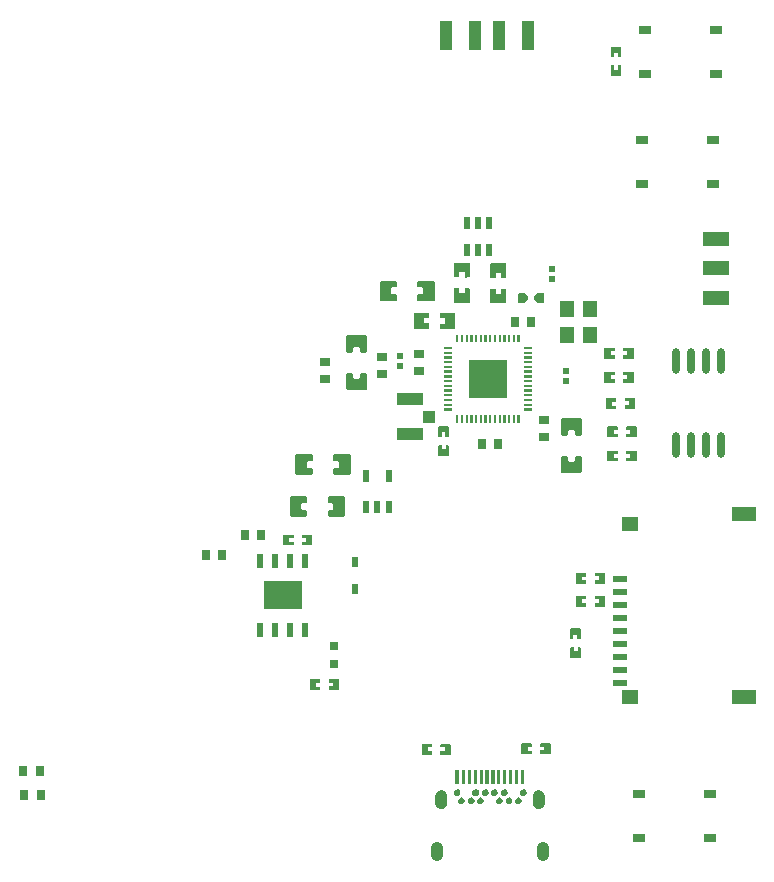
<source format=gtp>
G04 Layer: TopPasteMaskLayer*
G04 EasyEDA Pro v2.2.45.4, 2026-01-30 15:44:45*
G04 Gerber Generator version 0.3*
G04 Scale: 100 percent, Rotated: No, Reflected: No*
G04 Dimensions in millimeters*
G04 Leading zeros omitted, absolute positions, 4 integers and 5 decimals*
G04 Generated by one-click*
%FSLAX45Y45*%
%MOMM*%
%ADD10R,0.9X0.8*%
%ADD11R,0.8X0.9*%
%ADD12R,1.3X0.6*%
%ADD13R,1.4X1.2*%
%ADD14R,2.0X1.2*%
%ADD15R,0.5449X0.54*%
%ADD16R,0.54X0.54*%
%ADD17R,2.2X1.2*%
%ADD18O,0.60899X2.20449*%
%ADD19R,1.05001X1.0*%
%ADD20R,2.2X1.05001*%
%ADD21R,0.6X1.2*%
%ADD22R,3.29999X2.4*%
%ADD23R,0.6223X1.1049*%
%ADD24R,1.2X1.4*%
%ADD25R,0.54X0.5*%
%ADD26R,0.532X1.07201*%
%ADD27R,0.63X0.83*%
%ADD28R,1.0X0.75001*%
%ADD29R,0.8X0.8*%
G75*


G04 PolygonModel Start*
G36*
G01X3293403Y-3172563D02*
G01X3293403Y-3135537D01*
G01X3303403Y-3125537D01*
G01X3333894Y-3125537D01*
G01X3343893Y-3115537D01*
G01X3343893Y-3076787D01*
G01X3333894Y-3066787D01*
G01X3303403Y-3066787D01*
G01X3293403Y-3056787D01*
G01X3293403Y-3019762D01*
G01X3303403Y-3009762D01*
G01X3431902Y-3009762D01*
G01X3441902Y-3019762D01*
G01X3441902Y-3172563D01*
G01X3431902Y-3182563D01*
G01X3303403Y-3182563D01*
G01X3293403Y-3172563D01*
G37*
G36*
G01X3123401Y-3172563D02*
G01X3123401Y-3135537D01*
G01X3113401Y-3125537D01*
G01X3082911Y-3125537D01*
G01X3072911Y-3115537D01*
G01X3072911Y-3076787D01*
G01X3082911Y-3066787D01*
G01X3113401Y-3066787D01*
G01X3123401Y-3056787D01*
G01X3123401Y-3019762D01*
G01X3113401Y-3009762D01*
G01X2984903Y-3009762D01*
G01X2974903Y-3019762D01*
G01X2974903Y-3172563D01*
G01X2984903Y-3182563D01*
G01X3113401Y-3182563D01*
G01X3123401Y-3172563D01*
G37*
G36*
G01X3247114Y-3528163D02*
G01X3247114Y-3491137D01*
G01X3257114Y-3481137D01*
G01X3287605Y-3481137D01*
G01X3297605Y-3471137D01*
G01X3297605Y-3432387D01*
G01X3287605Y-3422387D01*
G01X3257114Y-3422387D01*
G01X3247114Y-3412387D01*
G01X3247114Y-3375362D01*
G01X3257114Y-3365362D01*
G01X3385613Y-3365362D01*
G01X3395613Y-3375362D01*
G01X3395613Y-3528163D01*
G01X3385613Y-3538163D01*
G01X3257114Y-3538163D01*
G01X3247114Y-3528163D01*
G37*
G36*
G01X3077112Y-3528163D02*
G01X3077112Y-3491137D01*
G01X3067112Y-3481137D01*
G01X3036622Y-3481137D01*
G01X3026622Y-3471137D01*
G01X3026622Y-3432387D01*
G01X3036622Y-3422387D01*
G01X3067112Y-3422387D01*
G01X3077112Y-3412387D01*
G01X3077112Y-3375362D01*
G01X3067112Y-3365362D01*
G01X2938614Y-3365362D01*
G01X2928614Y-3375362D01*
G01X2928614Y-3528163D01*
G01X2938614Y-3538163D01*
G01X3067112Y-3538163D01*
G01X3077112Y-3528163D01*
G37*
G36*
G01X3416311Y-2318746D02*
G01X3453337Y-2318746D01*
G01X3463337Y-2328746D01*
G01X3463337Y-2359236D01*
G01X3473337Y-2369236D01*
G01X3512087Y-2369236D01*
G01X3522087Y-2359236D01*
G01X3522087Y-2328746D01*
G01X3532087Y-2318746D01*
G01X3569113Y-2318746D01*
G01X3579113Y-2328746D01*
G01X3579113Y-2457244D01*
G01X3569113Y-2467244D01*
G01X3416311Y-2467244D01*
G01X3406311Y-2457244D01*
G01X3406311Y-2328746D01*
G01X3416311Y-2318746D01*
G37*
G36*
G01X3416311Y-2148743D02*
G01X3453337Y-2148743D01*
G01X3463337Y-2138743D01*
G01X3463337Y-2108253D01*
G01X3473337Y-2098253D01*
G01X3512087Y-2098253D01*
G01X3522087Y-2108253D01*
G01X3522087Y-2138743D01*
G01X3532087Y-2148743D01*
G01X3569113Y-2148743D01*
G01X3579113Y-2138743D01*
G01X3579113Y-2010245D01*
G01X3569113Y-2000245D01*
G01X3416311Y-2000245D01*
G01X3406311Y-2010245D01*
G01X3406311Y-2138743D01*
G01X3416311Y-2148743D01*
G37*
G36*
G01X3982625Y-1944680D02*
G01X3982625Y-1816682D01*
G01X3987626Y-1811680D01*
G01X4102627Y-1811680D01*
G01X4107626Y-1816682D01*
G01X4108129Y-1857685D01*
G01X4063128Y-1857685D01*
G01X4063128Y-1902684D01*
G01X4107128Y-1902684D01*
G01X4107626Y-1944680D01*
G01X4102627Y-1949681D01*
G01X3987626Y-1949681D01*
G01X3982625Y-1944680D01*
G37*
G36*
G01X4323620Y-1816679D02*
G01X4323620Y-1944677D01*
G01X4318618Y-1949679D01*
G01X4203617Y-1949679D01*
G01X4198619Y-1944677D01*
G01X4198116Y-1903674D01*
G01X4243117Y-1903674D01*
G01X4243117Y-1858675D01*
G01X4199117Y-1858675D01*
G01X4198619Y-1816679D01*
G01X4203617Y-1811678D01*
G01X4318618Y-1811678D01*
G01X4323620Y-1816679D01*
G37*
G36*
G01X5388129Y-2851715D02*
G01X5351103Y-2851715D01*
G01X5341103Y-2841715D01*
G01X5341103Y-2811225D01*
G01X5331103Y-2801225D01*
G01X5292353Y-2801225D01*
G01X5282353Y-2811225D01*
G01X5282353Y-2841715D01*
G01X5272353Y-2851715D01*
G01X5235327Y-2851715D01*
G01X5225327Y-2841715D01*
G01X5225327Y-2713217D01*
G01X5235327Y-2703217D01*
G01X5388129Y-2703217D01*
G01X5398129Y-2713217D01*
G01X5398129Y-2841715D01*
G01X5388129Y-2851715D01*
G37*
G36*
G01X5388129Y-3021717D02*
G01X5351103Y-3021717D01*
G01X5341103Y-3031717D01*
G01X5341103Y-3062207D01*
G01X5331103Y-3072207D01*
G01X5292353Y-3072207D01*
G01X5282353Y-3062207D01*
G01X5282353Y-3031717D01*
G01X5272353Y-3021717D01*
G01X5235327Y-3021717D01*
G01X5225327Y-3031717D01*
G01X5225327Y-3160216D01*
G01X5235327Y-3170216D01*
G01X5388129Y-3170216D01*
G01X5398129Y-3160216D01*
G01X5398129Y-3031717D01*
G01X5388129Y-3021717D01*
G37*
G36*
G01X4006587Y-1703080D02*
G01X4006587Y-1666055D01*
G01X4016587Y-1656055D01*
G01X4047077Y-1656055D01*
G01X4057077Y-1646055D01*
G01X4057077Y-1607304D01*
G01X4047077Y-1597304D01*
G01X4016587Y-1597304D01*
G01X4006587Y-1587304D01*
G01X4006587Y-1550279D01*
G01X4016587Y-1540279D01*
G01X4145086Y-1540279D01*
G01X4155086Y-1550279D01*
G01X4155086Y-1703080D01*
G01X4145086Y-1713080D01*
G01X4016587Y-1713080D01*
G01X4006587Y-1703080D01*
G37*
G36*
G01X3836585Y-1703080D02*
G01X3836585Y-1666055D01*
G01X3826585Y-1656055D01*
G01X3796095Y-1656055D01*
G01X3786095Y-1646055D01*
G01X3786095Y-1607304D01*
G01X3796095Y-1597304D01*
G01X3826585Y-1597304D01*
G01X3836585Y-1587304D01*
G01X3836585Y-1550279D01*
G01X3826585Y-1540279D01*
G01X3698086Y-1540279D01*
G01X3688086Y-1550279D01*
G01X3688086Y-1703080D01*
G01X3698086Y-1713080D01*
G01X3826585Y-1713080D01*
G01X3836585Y-1703080D01*
G37*
G36*
G01X4288248Y-5462566D02*
G01X4208248Y-5462566D01*
G01X4203247Y-5467567D01*
G01X4203247Y-5490364D01*
G01X4240247Y-5490364D01*
G01X4240247Y-5523363D01*
G01X4203247Y-5523363D01*
G01X4203247Y-5547567D01*
G01X4208248Y-5552566D01*
G01X4288248Y-5552566D01*
G01X4293246Y-5547567D01*
G01X4293246Y-5467567D01*
G01X4288248Y-5462566D01*
G37*
G36*
G01X4049244Y-5552563D02*
G01X4129244Y-5552563D01*
G01X4134245Y-5547562D01*
G01X4134245Y-5524765D01*
G01X4097245Y-5524765D01*
G01X4097245Y-5491766D01*
G01X4134245Y-5491766D01*
G01X4134245Y-5467562D01*
G01X4129244Y-5462563D01*
G01X4049244Y-5462563D01*
G01X4044245Y-5467562D01*
G01X4044245Y-5547562D01*
G01X4049244Y-5552563D01*
G37*
G36*
G01X5131304Y-5456726D02*
G01X5051304Y-5456726D01*
G01X5046303Y-5461728D01*
G01X5046303Y-5484524D01*
G01X5083303Y-5484524D01*
G01X5083303Y-5517524D01*
G01X5046303Y-5517524D01*
G01X5046303Y-5541728D01*
G01X5051304Y-5546726D01*
G01X5131304Y-5546726D01*
G01X5136303Y-5541728D01*
G01X5136303Y-5461728D01*
G01X5131304Y-5456726D01*
G37*
G36*
G01X4892300Y-5546724D02*
G01X4972300Y-5546724D01*
G01X4977301Y-5541722D01*
G01X4977301Y-5518926D01*
G01X4940301Y-5518926D01*
G01X4940301Y-5485926D01*
G01X4977301Y-5485926D01*
G01X4977301Y-5461723D01*
G01X4972300Y-5456724D01*
G01X4892300Y-5456724D01*
G01X4887302Y-5461723D01*
G01X4887302Y-5541722D01*
G01X4892300Y-5546724D01*
G37*
G36*
G01X5860124Y-2980999D02*
G01X5780124Y-2980999D01*
G01X5775123Y-2986000D01*
G01X5775123Y-3008796D01*
G01X5812123Y-3008796D01*
G01X5812123Y-3041796D01*
G01X5775123Y-3041796D01*
G01X5775123Y-3066000D01*
G01X5780124Y-3070998D01*
G01X5860124Y-3070998D01*
G01X5865123Y-3066000D01*
G01X5865123Y-2986000D01*
G01X5860124Y-2980999D01*
G37*
G36*
G01X5621120Y-3070996D02*
G01X5701120Y-3070996D01*
G01X5706121Y-3065995D01*
G01X5706121Y-3043198D01*
G01X5669121Y-3043198D01*
G01X5669121Y-3010198D01*
G01X5706121Y-3010198D01*
G01X5706121Y-2985995D01*
G01X5701120Y-2980996D01*
G01X5621120Y-2980996D01*
G01X5616122Y-2985995D01*
G01X5616122Y-3065995D01*
G01X5621120Y-3070996D01*
G37*
G36*
G01X5859902Y-2774401D02*
G01X5779902Y-2774401D01*
G01X5774901Y-2779403D01*
G01X5774901Y-2802199D01*
G01X5811901Y-2802199D01*
G01X5811901Y-2835199D01*
G01X5774901Y-2835199D01*
G01X5774901Y-2859402D01*
G01X5779902Y-2864401D01*
G01X5859902Y-2864401D01*
G01X5864901Y-2859402D01*
G01X5864901Y-2779403D01*
G01X5859902Y-2774401D01*
G37*
G36*
G01X5620898Y-2864399D02*
G01X5700898Y-2864399D01*
G01X5705899Y-2859397D01*
G01X5705899Y-2836601D01*
G01X5668899Y-2836601D01*
G01X5668899Y-2803601D01*
G01X5705899Y-2803601D01*
G01X5705899Y-2779398D01*
G01X5700898Y-2774399D01*
G01X5620898Y-2774399D01*
G01X5615899Y-2779398D01*
G01X5615899Y-2859397D01*
G01X5620898Y-2864399D01*
G37*
G36*
G01X5847424Y-2535478D02*
G01X5767424Y-2535478D01*
G01X5762423Y-2540479D01*
G01X5762423Y-2563275D01*
G01X5799423Y-2563275D01*
G01X5799423Y-2596275D01*
G01X5762423Y-2596275D01*
G01X5762423Y-2620479D01*
G01X5767424Y-2625477D01*
G01X5847424Y-2625477D01*
G01X5852423Y-2620479D01*
G01X5852423Y-2540479D01*
G01X5847424Y-2535478D01*
G37*
G36*
G01X5608420Y-2625475D02*
G01X5688420Y-2625475D01*
G01X5693421Y-2620474D01*
G01X5693421Y-2597677D01*
G01X5656421Y-2597677D01*
G01X5656421Y-2564677D01*
G01X5693421Y-2564677D01*
G01X5693421Y-2540474D01*
G01X5688420Y-2535475D01*
G01X5608420Y-2535475D01*
G01X5603422Y-2540474D01*
G01X5603422Y-2620474D01*
G01X5608420Y-2625475D01*
G37*
G36*
G01X5834724Y-2312717D02*
G01X5754724Y-2312717D01*
G01X5749723Y-2317718D01*
G01X5749723Y-2340515D01*
G01X5786723Y-2340515D01*
G01X5786723Y-2373514D01*
G01X5749723Y-2373514D01*
G01X5749723Y-2397718D01*
G01X5754724Y-2402717D01*
G01X5834724Y-2402717D01*
G01X5839723Y-2397718D01*
G01X5839723Y-2317718D01*
G01X5834724Y-2312717D01*
G37*
G36*
G01X5595720Y-2402714D02*
G01X5675720Y-2402714D01*
G01X5680721Y-2397713D01*
G01X5680721Y-2374917D01*
G01X5643721Y-2374917D01*
G01X5643721Y-2341917D01*
G01X5680721Y-2341917D01*
G01X5680721Y-2317713D01*
G01X5675720Y-2312714D01*
G01X5595720Y-2312714D01*
G01X5590722Y-2317713D01*
G01X5590722Y-2397713D01*
G01X5595720Y-2402714D01*
G37*
G36*
G01X5834724Y-2109517D02*
G01X5754724Y-2109517D01*
G01X5749723Y-2114518D01*
G01X5749723Y-2137315D01*
G01X5786723Y-2137315D01*
G01X5786723Y-2170314D01*
G01X5749723Y-2170314D01*
G01X5749723Y-2194518D01*
G01X5754724Y-2199517D01*
G01X5834724Y-2199517D01*
G01X5839723Y-2194518D01*
G01X5839723Y-2114518D01*
G01X5834724Y-2109517D01*
G37*
G36*
G01X5595720Y-2199514D02*
G01X5675720Y-2199514D01*
G01X5680721Y-2194513D01*
G01X5680721Y-2171717D01*
G01X5643721Y-2171717D01*
G01X5643721Y-2138717D01*
G01X5680721Y-2138717D01*
G01X5680721Y-2114513D01*
G01X5675720Y-2109514D01*
G01X5595720Y-2109514D01*
G01X5590722Y-2114513D01*
G01X5590722Y-2194513D01*
G01X5595720Y-2199514D01*
G37*
G36*
G01X3341402Y-4915079D02*
G01X3261402Y-4915079D01*
G01X3256401Y-4920080D01*
G01X3256401Y-4942877D01*
G01X3293401Y-4942877D01*
G01X3293401Y-4975877D01*
G01X3256401Y-4975877D01*
G01X3256401Y-5000080D01*
G01X3261402Y-5005079D01*
G01X3341402Y-5005079D01*
G01X3346400Y-5000080D01*
G01X3346400Y-4920080D01*
G01X3341402Y-4915079D01*
G37*
G36*
G01X3102398Y-5005076D02*
G01X3182398Y-5005076D01*
G01X3187399Y-5000075D01*
G01X3187399Y-4977279D01*
G01X3150399Y-4977279D01*
G01X3150399Y-4944279D01*
G01X3187399Y-4944279D01*
G01X3187399Y-4920075D01*
G01X3182398Y-4915077D01*
G01X3102398Y-4915077D01*
G01X3097399Y-4920075D01*
G01X3097399Y-5000075D01*
G01X3102398Y-5005076D01*
G37*
G36*
G01X2875728Y-3780735D02*
G01X2955728Y-3780735D01*
G01X2960729Y-3775734D01*
G01X2960729Y-3752938D01*
G01X2923729Y-3752938D01*
G01X2923729Y-3719938D01*
G01X2960729Y-3719938D01*
G01X2960729Y-3695734D01*
G01X2955728Y-3690736D01*
G01X2875728Y-3690736D01*
G01X2870730Y-3695734D01*
G01X2870730Y-3775734D01*
G01X2875728Y-3780735D01*
G37*
G36*
G01X3114732Y-3690738D02*
G01X3034732Y-3690738D01*
G01X3029731Y-3695739D01*
G01X3029731Y-3718536D01*
G01X3066731Y-3718536D01*
G01X3066731Y-3751536D01*
G01X3029731Y-3751536D01*
G01X3029731Y-3775739D01*
G01X3034732Y-3780738D01*
G01X3114732Y-3780738D01*
G01X3119731Y-3775739D01*
G01X3119731Y-3695739D01*
G01X3114732Y-3690738D01*
G37*
G36*
G01X4355421Y-2063201D02*
G01X4355421Y-1996699D01*
G01X4335421Y-1996699D01*
G01X4335421Y-2063201D01*
G01X4355421Y-2063201D01*
G37*
G36*
G01X4635405Y-2063201D02*
G01X4635405Y-1996699D01*
G01X4615405Y-1996699D01*
G01X4615405Y-2063201D01*
G01X4635405Y-2063201D01*
G37*
G36*
G01X4575400Y-1996699D02*
G01X4575400Y-2063201D01*
G01X4595400Y-2063201D01*
G01X4595400Y-1996699D01*
G01X4575400Y-1996699D01*
G37*
G36*
G01X4855409Y-1996699D02*
G01X4855409Y-2063201D01*
G01X4875409Y-2063201D01*
G01X4875409Y-1996699D01*
G01X4855409Y-1996699D01*
G37*
G36*
G01X4395400Y-2063201D02*
G01X4395400Y-1996699D01*
G01X4375400Y-1996699D01*
G01X4375400Y-2063201D01*
G01X4395400Y-2063201D01*
G37*
G36*
G01X4675410Y-2063201D02*
G01X4675410Y-1996699D01*
G01X4655410Y-1996699D01*
G01X4655410Y-2063201D01*
G01X4675410Y-2063201D01*
G37*
G36*
G01X4435405Y-2063201D02*
G01X4435405Y-1996699D01*
G01X4415405Y-1996699D01*
G01X4415405Y-2063201D01*
G01X4435405Y-2063201D01*
G37*
G36*
G01X4715415Y-2063201D02*
G01X4715415Y-1996699D01*
G01X4695415Y-1996699D01*
G01X4695415Y-2063201D01*
G01X4715415Y-2063201D01*
G37*
G36*
G01X4475410Y-2063201D02*
G01X4475410Y-1996699D01*
G01X4455410Y-1996699D01*
G01X4455410Y-2063201D01*
G01X4475410Y-2063201D01*
G37*
G36*
G01X4755420Y-2063201D02*
G01X4755420Y-1996699D01*
G01X4735420Y-1996699D01*
G01X4735420Y-2063201D01*
G01X4755420Y-2063201D01*
G37*
G36*
G01X4535420Y-1996699D02*
G01X4535420Y-2063201D01*
G01X4555420Y-2063201D01*
G01X4555420Y-1996699D01*
G01X4535420Y-1996699D01*
G37*
G36*
G01X4815404Y-1996699D02*
G01X4815404Y-2063201D01*
G01X4835404Y-2063201D01*
G01X4835404Y-1996699D01*
G01X4815404Y-1996699D01*
G37*
G36*
G01X4515415Y-2063201D02*
G01X4515415Y-1996699D01*
G01X4495415Y-1996699D01*
G01X4495415Y-2063201D01*
G01X4515415Y-2063201D01*
G37*
G36*
G01X4795399Y-2063201D02*
G01X4795399Y-1996699D01*
G01X4775399Y-1996699D01*
G01X4775399Y-2063201D01*
G01X4795399Y-2063201D01*
G37*
G36*
G01X4231400Y-2100697D02*
G01X4231400Y-2120697D01*
G01X4297900Y-2120697D01*
G01X4297900Y-2100697D01*
G01X4231400Y-2100697D01*
G37*
G36*
G01X4979407Y-2120697D02*
G01X4979407Y-2100697D01*
G01X4912907Y-2100697D01*
G01X4912907Y-2120697D01*
G01X4979407Y-2120697D01*
G37*
G36*
G01X4231400Y-2140702D02*
G01X4231400Y-2160702D01*
G01X4297900Y-2160702D01*
G01X4297900Y-2140702D01*
G01X4231400Y-2140702D01*
G37*
G36*
G01X4979407Y-2160702D02*
G01X4979407Y-2140702D01*
G01X4912907Y-2140702D01*
G01X4912907Y-2160702D01*
G01X4979407Y-2160702D01*
G37*
G36*
G01X4231400Y-2180707D02*
G01X4231400Y-2200707D01*
G01X4297900Y-2200707D01*
G01X4297900Y-2180707D01*
G01X4231400Y-2180707D01*
G37*
G36*
G01X4979407Y-2200707D02*
G01X4979407Y-2180707D01*
G01X4912907Y-2180707D01*
G01X4912907Y-2200707D01*
G01X4979407Y-2200707D01*
G37*
G36*
G01X4979407Y-2240686D02*
G01X4979407Y-2220686D01*
G01X4912907Y-2220686D01*
G01X4912907Y-2240686D01*
G01X4979407Y-2240686D01*
G37*
G36*
G01X4297900Y-2240686D02*
G01X4297900Y-2220686D01*
G01X4231400Y-2220686D01*
G01X4231400Y-2240686D01*
G01X4297900Y-2240686D01*
G37*
G36*
G01X4231400Y-2260691D02*
G01X4231400Y-2280691D01*
G01X4297900Y-2280691D01*
G01X4297900Y-2260691D01*
G01X4231400Y-2260691D01*
G37*
G36*
G01X4979407Y-2280691D02*
G01X4979407Y-2260691D01*
G01X4912907Y-2260691D01*
G01X4912907Y-2280691D01*
G01X4979407Y-2280691D01*
G37*
G36*
G01X4231400Y-2300696D02*
G01X4231400Y-2320696D01*
G01X4297900Y-2320696D01*
G01X4297900Y-2300696D01*
G01X4231400Y-2300696D01*
G37*
G36*
G01X4979407Y-2320696D02*
G01X4979407Y-2300696D01*
G01X4912907Y-2300696D01*
G01X4912907Y-2320696D01*
G01X4979407Y-2320696D01*
G37*
G36*
G01X4231400Y-2340701D02*
G01X4231400Y-2360701D01*
G01X4297900Y-2360701D01*
G01X4297900Y-2340701D01*
G01X4231400Y-2340701D01*
G37*
G36*
G01X4979407Y-2360701D02*
G01X4979407Y-2340701D01*
G01X4912907Y-2340701D01*
G01X4912907Y-2360701D01*
G01X4979407Y-2360701D01*
G37*
G36*
G01X4231400Y-2380706D02*
G01X4231400Y-2400706D01*
G01X4297900Y-2400706D01*
G01X4297900Y-2380706D01*
G01X4231400Y-2380706D01*
G37*
G36*
G01X4979407Y-2400706D02*
G01X4979407Y-2380706D01*
G01X4912907Y-2380706D01*
G01X4912907Y-2400706D01*
G01X4979407Y-2400706D01*
G37*
G36*
G01X4231400Y-2420686D02*
G01X4231400Y-2440686D01*
G01X4297900Y-2440686D01*
G01X4297900Y-2420686D01*
G01X4231400Y-2420686D01*
G37*
G36*
G01X4979407Y-2440686D02*
G01X4979407Y-2420686D01*
G01X4912907Y-2420686D01*
G01X4912907Y-2440686D01*
G01X4979407Y-2440686D01*
G37*
G36*
G01X4231400Y-2460691D02*
G01X4231400Y-2480691D01*
G01X4297900Y-2480691D01*
G01X4297900Y-2460691D01*
G01X4231400Y-2460691D01*
G37*
G36*
G01X4979407Y-2480691D02*
G01X4979407Y-2460691D01*
G01X4912907Y-2460691D01*
G01X4912907Y-2480691D01*
G01X4979407Y-2480691D01*
G37*
G36*
G01X4979407Y-2520696D02*
G01X4979407Y-2500696D01*
G01X4912907Y-2500696D01*
G01X4912907Y-2520696D01*
G01X4979407Y-2520696D01*
G37*
G36*
G01X4297900Y-2520696D02*
G01X4297900Y-2500696D01*
G01X4231400Y-2500696D01*
G01X4231400Y-2520696D01*
G01X4297900Y-2520696D01*
G37*
G36*
G01X4231400Y-2540701D02*
G01X4231400Y-2560701D01*
G01X4297900Y-2560701D01*
G01X4297900Y-2540701D01*
G01X4231400Y-2540701D01*
G37*
G36*
G01X4979407Y-2560701D02*
G01X4979407Y-2540701D01*
G01X4912907Y-2540701D01*
G01X4912907Y-2560701D01*
G01X4979407Y-2560701D01*
G37*
G36*
G01X4231400Y-2580706D02*
G01X4231400Y-2600706D01*
G01X4297900Y-2600706D01*
G01X4297900Y-2580706D01*
G01X4231400Y-2580706D01*
G37*
G36*
G01X4979407Y-2600706D02*
G01X4979407Y-2580706D01*
G01X4912907Y-2580706D01*
G01X4912907Y-2600706D01*
G01X4979407Y-2600706D01*
G37*
G36*
G01X4231400Y-2620686D02*
G01X4231400Y-2640686D01*
G01X4297900Y-2640686D01*
G01X4297900Y-2620686D01*
G01X4231400Y-2620686D01*
G37*
G36*
G01X4979407Y-2640686D02*
G01X4979407Y-2620686D01*
G01X4912907Y-2620686D01*
G01X4912907Y-2640686D01*
G01X4979407Y-2640686D01*
G37*
G36*
G01X4875409Y-2744709D02*
G01X4875409Y-2678209D01*
G01X4855409Y-2678209D01*
G01X4855409Y-2744709D01*
G01X4875409Y-2744709D01*
G37*
G36*
G01X4595400Y-2744709D02*
G01X4595400Y-2678209D01*
G01X4575400Y-2678209D01*
G01X4575400Y-2744709D01*
G01X4595400Y-2744709D01*
G37*
G36*
G01X4615405Y-2678209D02*
G01X4615405Y-2744709D01*
G01X4635405Y-2744709D01*
G01X4635405Y-2678209D01*
G01X4615405Y-2678209D01*
G37*
G36*
G01X4335421Y-2678209D02*
G01X4335421Y-2744709D01*
G01X4355421Y-2744709D01*
G01X4355421Y-2678209D01*
G01X4335421Y-2678209D01*
G37*
G36*
G01X4835404Y-2744709D02*
G01X4835404Y-2678209D01*
G01X4815404Y-2678209D01*
G01X4815404Y-2744709D01*
G01X4835404Y-2744709D01*
G37*
G36*
G01X4555420Y-2744709D02*
G01X4555420Y-2678209D01*
G01X4535420Y-2678209D01*
G01X4535420Y-2744709D01*
G01X4555420Y-2744709D01*
G37*
G36*
G01X4795399Y-2744709D02*
G01X4795399Y-2678209D01*
G01X4775399Y-2678209D01*
G01X4775399Y-2744709D01*
G01X4795399Y-2744709D01*
G37*
G36*
G01X4515415Y-2744709D02*
G01X4515415Y-2678209D01*
G01X4495415Y-2678209D01*
G01X4495415Y-2744709D01*
G01X4515415Y-2744709D01*
G37*
G36*
G01X4755420Y-2744709D02*
G01X4755420Y-2678209D01*
G01X4735420Y-2678209D01*
G01X4735420Y-2744709D01*
G01X4755420Y-2744709D01*
G37*
G36*
G01X4475410Y-2744709D02*
G01X4475410Y-2678209D01*
G01X4455410Y-2678209D01*
G01X4455410Y-2744709D01*
G01X4475410Y-2744709D01*
G37*
G36*
G01X4655410Y-2678209D02*
G01X4655410Y-2744709D01*
G01X4675410Y-2744709D01*
G01X4675410Y-2678209D01*
G01X4655410Y-2678209D01*
G37*
G36*
G01X4375400Y-2678209D02*
G01X4375400Y-2744709D01*
G01X4395400Y-2744709D01*
G01X4395400Y-2678209D01*
G01X4375400Y-2678209D01*
G37*
G36*
G01X4715415Y-2744709D02*
G01X4715415Y-2678209D01*
G01X4695415Y-2678209D01*
G01X4695415Y-2744709D01*
G01X4715415Y-2744709D01*
G37*
G36*
G01X4435405Y-2744709D02*
G01X4435405Y-2678209D01*
G01X4415405Y-2678209D01*
G01X4415405Y-2744709D01*
G01X4435405Y-2744709D01*
G37*
G36*
G01X4445415Y-2210692D02*
G01X4765415Y-2210692D01*
G01X4765415Y-2530691D01*
G01X4445415Y-2530691D01*
G01X4445415Y-2210692D01*
G37*
G36*
G01X4197391Y660202D02*
G01X4197391Y410202D01*
G01X4297390Y410202D01*
G01X4297390Y660202D01*
G01X4197391Y660202D01*
G37*
G36*
G01X4997389Y410202D02*
G01X4997389Y660202D01*
G01X4897389Y660202D01*
G01X4897389Y410202D01*
G01X4997389Y410202D01*
G37*
G36*
G01X4447403Y660202D02*
G01X4447403Y410202D01*
G01X4547403Y410202D01*
G01X4547403Y660202D01*
G01X4447403Y660202D01*
G37*
G36*
G01X4647402Y660202D02*
G01X4647402Y410202D01*
G01X4747402Y410202D01*
G01X4747402Y660202D01*
G01X4647402Y660202D01*
G37*
G36*
G01X4330098Y-5679661D02*
G01X4357588Y-5679661D01*
G01X4357588Y-5804659D01*
G01X4330098Y-5804659D01*
G01X4330098Y-5679661D01*
G37*
G36*
G01X4384096Y-5679661D02*
G01X4411602Y-5679661D01*
G01X4411602Y-5804659D01*
G01X4384096Y-5804659D01*
G01X4384096Y-5679661D01*
G37*
G36*
G01X4434114Y-5679661D02*
G01X4461604Y-5679661D01*
G01X4461604Y-5804659D01*
G01X4434114Y-5804659D01*
G01X4434114Y-5679661D01*
G37*
G36*
G01X4484103Y-5679661D02*
G01X4511599Y-5679661D01*
G01X4511599Y-5804659D01*
G01X4484103Y-5804659D01*
G01X4484103Y-5679661D01*
G37*
G36*
G01X4534113Y-5679661D02*
G01X4561616Y-5679661D01*
G01X4561616Y-5804659D01*
G01X4534113Y-5804659D01*
G01X4534113Y-5679661D01*
G37*
G36*
G01X4584098Y-5679661D02*
G01X4611588Y-5679661D01*
G01X4611588Y-5804659D01*
G01X4584098Y-5804659D01*
G01X4584098Y-5679661D01*
G37*
G36*
G01X4634116Y-5679661D02*
G01X4661606Y-5679661D01*
G01X4661606Y-5804659D01*
G01X4634116Y-5804659D01*
G01X4634116Y-5679661D01*
G37*
G36*
G01X4684105Y-5679661D02*
G01X4711601Y-5679661D01*
G01X4711601Y-5804659D01*
G01X4684105Y-5804659D01*
G01X4684105Y-5679661D01*
G37*
G36*
G01X4734116Y-5679661D02*
G01X4761611Y-5679661D01*
G01X4761611Y-5804659D01*
G01X4734116Y-5804659D01*
G01X4734116Y-5679661D01*
G37*
G36*
G01X4784100Y-5679661D02*
G01X4811591Y-5679661D01*
G01X4811591Y-5804659D01*
G01X4784100Y-5804659D01*
G01X4784100Y-5679661D01*
G37*
G36*
G01X4834113Y-5679661D02*
G01X4861608Y-5679661D01*
G01X4861608Y-5804659D01*
G01X4834113Y-5804659D01*
G01X4834113Y-5679661D01*
G37*
G36*
G01X4884100Y-5679661D02*
G01X4911603Y-5679661D01*
G01X4911603Y-5804659D01*
G01X4884100Y-5804659D01*
G01X4884100Y-5679661D01*
G37*
G36*
G01X4668027Y-5845106D02*
G01X4647818Y-5848670D01*
G01X4634626Y-5864390D01*
G01X4634626Y-5884913D01*
G01X4647818Y-5900633D01*
G01X4668027Y-5904197D01*
G01X4685800Y-5893935D01*
G01X4692818Y-5874652D01*
G01X4685800Y-5855368D01*
G01X4668027Y-5845106D01*
G37*
G36*
G01X4765784Y-5855368D02*
G01X4748012Y-5845106D01*
G01X4727802Y-5848670D01*
G01X4714611Y-5864390D01*
G01X4714611Y-5884913D01*
G01X4727802Y-5900633D01*
G01X4748012Y-5904197D01*
G01X4765784Y-5893935D01*
G01X4772802Y-5874652D01*
G01X4765784Y-5855368D01*
G37*
G36*
G01X4605790Y-5855368D02*
G01X4588017Y-5845106D01*
G01X4567808Y-5848670D01*
G01X4554616Y-5864390D01*
G01X4554616Y-5884913D01*
G01X4567808Y-5900633D01*
G01X4588017Y-5904197D01*
G01X4605790Y-5893935D01*
G01X4612808Y-5874652D01*
G01X4605790Y-5855368D01*
G37*
G36*
G01X4925779Y-5855368D02*
G01X4908006Y-5845106D01*
G01X4887797Y-5848670D01*
G01X4874605Y-5864390D01*
G01X4874605Y-5884913D01*
G01X4887797Y-5900633D01*
G01X4908006Y-5904197D01*
G01X4925779Y-5893935D01*
G01X4932797Y-5874652D01*
G01X4925779Y-5855368D01*
G37*
G36*
G01X4525805Y-5855368D02*
G01X4508033Y-5845106D01*
G01X4487823Y-5848670D01*
G01X4474632Y-5864390D01*
G01X4474632Y-5884913D01*
G01X4487823Y-5900633D01*
G01X4508033Y-5904197D01*
G01X4525805Y-5893935D01*
G01X4532823Y-5874652D01*
G01X4525805Y-5855368D01*
G37*
G36*
G01X4365785Y-5855368D02*
G01X4348013Y-5845106D01*
G01X4327803Y-5848670D01*
G01X4314612Y-5864390D01*
G01X4314612Y-5884913D01*
G01X4327803Y-5900633D01*
G01X4348013Y-5904197D01*
G01X4365785Y-5893935D01*
G01X4372803Y-5874652D01*
G01X4365785Y-5855368D01*
G37*
G36*
G01X4208562Y-5854662D02*
G01X4206072Y-5854786D01*
G01X4203591Y-5855035D01*
G01X4201127Y-5855406D01*
G01X4198684Y-5855901D01*
G01X4196268Y-5856516D01*
G01X4193885Y-5857250D01*
G01X4191541Y-5858104D01*
G01X4189245Y-5859071D01*
G01X4186997Y-5860153D01*
G01X4184810Y-5861345D01*
G01X4182682Y-5862645D01*
G01X4180622Y-5864050D01*
G01X4178635Y-5865556D01*
G01X4176725Y-5867159D01*
G01X4174896Y-5868853D01*
G01X4173157Y-5870638D01*
G01X4171506Y-5872508D01*
G01X4169951Y-5874456D01*
G01X4168496Y-5876480D01*
G01X4167144Y-5878576D01*
G01X4165897Y-5880735D01*
G01X4164759Y-5882952D01*
G01X4163736Y-5885226D01*
G01X4162824Y-5887545D01*
G01X4162031Y-5889909D01*
G01X4161356Y-5892310D01*
G01X4160799Y-5894738D01*
G01X4160368Y-5897194D01*
G01X4160058Y-5899668D01*
G01X4159870Y-5902155D01*
G01X4159809Y-5904647D01*
G01X4159809Y-5964646D01*
G01X4159870Y-5967138D01*
G01X4160058Y-5969625D01*
G01X4160368Y-5972099D01*
G01X4160799Y-5974555D01*
G01X4161356Y-5976983D01*
G01X4162031Y-5979384D01*
G01X4162824Y-5981748D01*
G01X4163736Y-5984067D01*
G01X4164759Y-5986341D01*
G01X4165897Y-5988558D01*
G01X4167144Y-5990717D01*
G01X4168496Y-5992812D01*
G01X4169951Y-5994837D01*
G01X4171506Y-5996785D01*
G01X4173157Y-5998654D01*
G01X4174896Y-6000440D01*
G01X4176725Y-6002134D01*
G01X4178635Y-6003737D01*
G01X4180622Y-6005243D01*
G01X4182682Y-6006648D01*
G01X4184810Y-6007948D01*
G01X4186997Y-6009140D01*
G01X4189245Y-6010222D01*
G01X4191541Y-6011189D01*
G01X4193885Y-6012043D01*
G01X4196268Y-6012777D01*
G01X4198684Y-6013392D01*
G01X4201127Y-6013887D01*
G01X4203591Y-6014258D01*
G01X4206072Y-6014507D01*
G01X4208562Y-6014631D01*
G01X4211056Y-6014631D01*
G01X4213545Y-6014507D01*
G01X4216027Y-6014258D01*
G01X4218490Y-6013887D01*
G01X4220934Y-6013392D01*
G01X4223349Y-6012777D01*
G01X4225732Y-6012043D01*
G01X4228076Y-6011189D01*
G01X4230373Y-6010222D01*
G01X4232620Y-6009140D01*
G01X4234810Y-6007948D01*
G01X4236936Y-6006648D01*
G01X4238996Y-6005243D01*
G01X4240982Y-6003737D01*
G01X4242892Y-6002134D01*
G01X4244721Y-6000440D01*
G01X4246461Y-5998654D01*
G01X4248112Y-5996785D01*
G01X4249666Y-5994837D01*
G01X4251122Y-5992812D01*
G01X4252473Y-5990717D01*
G01X4253720Y-5988558D01*
G01X4254858Y-5986341D01*
G01X4255882Y-5984067D01*
G01X4256794Y-5981748D01*
G01X4257586Y-5979384D01*
G01X4258262Y-5976983D01*
G01X4258818Y-5974555D01*
G01X4259250Y-5972099D01*
G01X4259560Y-5969625D01*
G01X4259748Y-5967138D01*
G01X4259809Y-5964646D01*
G01X4259809Y-5904647D01*
G01X4259748Y-5902155D01*
G01X4259560Y-5899668D01*
G01X4259250Y-5897194D01*
G01X4258818Y-5894738D01*
G01X4258262Y-5892310D01*
G01X4257586Y-5889909D01*
G01X4256794Y-5887545D01*
G01X4255882Y-5885226D01*
G01X4254858Y-5882952D01*
G01X4253720Y-5880735D01*
G01X4252473Y-5878576D01*
G01X4251122Y-5876480D01*
G01X4249666Y-5874456D01*
G01X4248112Y-5872508D01*
G01X4246461Y-5870638D01*
G01X4244721Y-5868853D01*
G01X4242892Y-5867159D01*
G01X4240982Y-5865556D01*
G01X4238996Y-5864050D01*
G01X4236936Y-5862645D01*
G01X4234810Y-5861345D01*
G01X4232620Y-5860153D01*
G01X4230373Y-5859071D01*
G01X4228076Y-5858104D01*
G01X4225732Y-5857250D01*
G01X4223349Y-5856516D01*
G01X4220934Y-5855901D01*
G01X4218490Y-5855406D01*
G01X4216027Y-5855035D01*
G01X4213545Y-5854786D01*
G01X4211056Y-5854662D01*
G01X4208562Y-5854662D01*
G37*
G36*
G01X5034544Y-5854662D02*
G01X5032055Y-5854786D01*
G01X5029573Y-5855035D01*
G01X5027110Y-5855406D01*
G01X5024666Y-5855901D01*
G01X5022251Y-5856516D01*
G01X5019868Y-5857250D01*
G01X5017524Y-5858104D01*
G01X5015227Y-5859071D01*
G01X5012980Y-5860153D01*
G01X5010793Y-5861345D01*
G01X5008664Y-5862645D01*
G01X5006604Y-5864050D01*
G01X5004618Y-5865556D01*
G01X5002708Y-5867159D01*
G01X5000879Y-5868853D01*
G01X4999139Y-5870638D01*
G01X4997488Y-5872508D01*
G01X4995934Y-5874456D01*
G01X4994478Y-5876480D01*
G01X4993127Y-5878576D01*
G01X4991880Y-5880735D01*
G01X4990742Y-5882952D01*
G01X4989718Y-5885226D01*
G01X4988806Y-5887545D01*
G01X4988014Y-5889909D01*
G01X4987338Y-5892310D01*
G01X4986782Y-5894738D01*
G01X4986350Y-5897194D01*
G01X4986040Y-5899668D01*
G01X4985852Y-5902155D01*
G01X4985791Y-5904647D01*
G01X4985791Y-5964646D01*
G01X4985852Y-5967138D01*
G01X4986040Y-5969625D01*
G01X4986350Y-5972099D01*
G01X4986782Y-5974555D01*
G01X4987338Y-5976983D01*
G01X4988014Y-5979384D01*
G01X4988806Y-5981748D01*
G01X4989718Y-5984067D01*
G01X4990742Y-5986341D01*
G01X4991880Y-5988558D01*
G01X4993127Y-5990717D01*
G01X4994478Y-5992812D01*
G01X4995934Y-5994837D01*
G01X4997488Y-5996785D01*
G01X4999139Y-5998654D01*
G01X5000879Y-6000440D01*
G01X5002708Y-6002134D01*
G01X5004618Y-6003737D01*
G01X5006604Y-6005243D01*
G01X5008664Y-6006648D01*
G01X5010793Y-6007948D01*
G01X5012980Y-6009140D01*
G01X5015227Y-6010222D01*
G01X5017524Y-6011189D01*
G01X5019868Y-6012043D01*
G01X5022251Y-6012777D01*
G01X5024666Y-6013392D01*
G01X5027110Y-6013887D01*
G01X5029573Y-6014258D01*
G01X5032055Y-6014507D01*
G01X5034544Y-6014631D01*
G01X5037038Y-6014631D01*
G01X5039528Y-6014507D01*
G01X5042009Y-6014258D01*
G01X5044473Y-6013887D01*
G01X5046917Y-6013392D01*
G01X5049332Y-6012777D01*
G01X5051715Y-6012043D01*
G01X5054059Y-6011189D01*
G01X5056355Y-6010222D01*
G01X5058603Y-6009140D01*
G01X5060793Y-6007948D01*
G01X5062919Y-6006648D01*
G01X5064978Y-6005243D01*
G01X5066965Y-6003737D01*
G01X5068875Y-6002134D01*
G01X5070704Y-6000440D01*
G01X5072444Y-5998654D01*
G01X5074095Y-5996785D01*
G01X5075649Y-5994837D01*
G01X5077104Y-5992812D01*
G01X5078456Y-5990717D01*
G01X5079703Y-5988558D01*
G01X5080841Y-5986341D01*
G01X5081864Y-5984067D01*
G01X5082776Y-5981748D01*
G01X5083569Y-5979384D01*
G01X5084244Y-5976983D01*
G01X5084801Y-5974555D01*
G01X5085232Y-5972099D01*
G01X5085542Y-5969625D01*
G01X5085730Y-5967138D01*
G01X5085791Y-5964646D01*
G01X5085791Y-5904647D01*
G01X5085730Y-5902155D01*
G01X5085542Y-5899668D01*
G01X5085232Y-5897194D01*
G01X5084801Y-5894738D01*
G01X5084244Y-5892310D01*
G01X5083569Y-5889909D01*
G01X5082776Y-5887545D01*
G01X5081864Y-5885226D01*
G01X5080841Y-5882952D01*
G01X5079703Y-5880735D01*
G01X5078456Y-5878576D01*
G01X5077104Y-5876480D01*
G01X5075649Y-5874456D01*
G01X5074095Y-5872508D01*
G01X5072444Y-5870638D01*
G01X5070704Y-5868853D01*
G01X5068875Y-5867159D01*
G01X5066965Y-5865556D01*
G01X5064978Y-5864050D01*
G01X5062919Y-5862645D01*
G01X5060793Y-5861345D01*
G01X5058603Y-5860153D01*
G01X5056355Y-5859071D01*
G01X5054059Y-5858104D01*
G01X5051715Y-5857250D01*
G01X5049332Y-5856516D01*
G01X5046917Y-5855901D01*
G01X5044473Y-5855406D01*
G01X5042009Y-5855035D01*
G01X5039528Y-5854786D01*
G01X5037038Y-5854662D01*
G01X5034544Y-5854662D01*
G37*
G36*
G01X4725805Y-5925370D02*
G01X4708032Y-5915109D01*
G01X4687823Y-5918672D01*
G01X4674631Y-5934392D01*
G01X4674631Y-5954916D01*
G01X4687823Y-5970636D01*
G01X4708032Y-5974199D01*
G01X4725805Y-5963938D01*
G01X4732823Y-5944654D01*
G01X4725805Y-5925370D01*
G37*
G36*
G01X4868027Y-5915109D02*
G01X4847817Y-5918672D01*
G01X4834626Y-5934392D01*
G01X4834626Y-5954916D01*
G01X4847817Y-5970636D01*
G01X4868027Y-5974199D01*
G01X4885799Y-5963938D01*
G01X4892817Y-5944654D01*
G01X4885799Y-5925370D01*
G01X4868027Y-5915109D01*
G37*
G36*
G01X4468028Y-5915109D02*
G01X4447819Y-5918672D01*
G01X4434627Y-5934392D01*
G01X4434627Y-5954916D01*
G01X4447819Y-5970636D01*
G01X4468028Y-5974199D01*
G01X4485800Y-5963938D01*
G01X4492818Y-5944654D01*
G01X4485800Y-5925370D01*
G01X4468028Y-5915109D01*
G37*
G36*
G01X4805815Y-5925370D02*
G01X4788042Y-5915109D01*
G01X4767833Y-5918672D01*
G01X4754641Y-5934392D01*
G01X4754641Y-5954916D01*
G01X4767833Y-5970636D01*
G01X4788042Y-5974199D01*
G01X4805815Y-5963938D01*
G01X4812833Y-5944654D01*
G01X4805815Y-5925370D01*
G37*
G36*
G01X4405790Y-5925370D02*
G01X4388018Y-5915109D01*
G01X4367809Y-5918672D01*
G01X4354617Y-5934392D01*
G01X4354617Y-5954916D01*
G01X4367809Y-5970636D01*
G01X4388018Y-5974199D01*
G01X4405790Y-5963938D01*
G01X4412808Y-5944654D01*
G01X4405790Y-5925370D01*
G37*
G36*
G01X4565785Y-5925370D02*
G01X4548012Y-5915109D01*
G01X4527803Y-5918672D01*
G01X4514611Y-5934392D01*
G01X4514611Y-5954916D01*
G01X4527803Y-5970636D01*
G01X4548012Y-5974199D01*
G01X4565785Y-5963938D01*
G01X4572803Y-5944654D01*
G01X4565785Y-5925370D01*
G37*
G36*
G01X5075545Y-6293800D02*
G01X5073056Y-6293675D01*
G01X5070561Y-6293675D01*
G01X5068072Y-6293800D01*
G01X5065591Y-6294049D01*
G01X5063127Y-6294420D01*
G01X5060683Y-6294915D01*
G01X5058268Y-6295530D01*
G01X5055885Y-6296264D01*
G01X5053541Y-6297117D01*
G01X5051245Y-6298085D01*
G01X5048997Y-6299167D01*
G01X5046810Y-6300358D01*
G01X5044681Y-6301659D01*
G01X5042621Y-6303063D01*
G01X5040635Y-6304570D01*
G01X5038725Y-6306172D01*
G01X5036896Y-6307866D01*
G01X5035156Y-6309652D01*
G01X5033505Y-6311522D01*
G01X5031951Y-6313470D01*
G01X5030495Y-6315494D01*
G01X5029144Y-6317590D01*
G01X5027897Y-6319749D01*
G01X5026759Y-6321966D01*
G01X5025735Y-6324239D01*
G01X5024824Y-6326558D01*
G01X5024031Y-6328923D01*
G01X5023355Y-6331323D01*
G01X5022799Y-6333752D01*
G01X5022367Y-6336208D01*
G01X5022058Y-6338682D01*
G01X5021870Y-6341168D01*
G01X5021809Y-6343660D01*
G01X5021809Y-6403660D01*
G01X5021870Y-6406152D01*
G01X5022058Y-6408638D01*
G01X5022367Y-6411112D01*
G01X5022799Y-6413569D01*
G01X5023355Y-6415997D01*
G01X5024031Y-6418397D01*
G01X5024824Y-6420762D01*
G01X5025735Y-6423081D01*
G01X5026759Y-6425354D01*
G01X5027897Y-6427572D01*
G01X5029144Y-6429731D01*
G01X5030495Y-6431826D01*
G01X5031951Y-6433850D01*
G01X5033505Y-6435799D01*
G01X5035156Y-6437668D01*
G01X5036896Y-6439454D01*
G01X5038725Y-6441148D01*
G01X5040635Y-6442751D01*
G01X5042621Y-6444257D01*
G01X5044681Y-6445661D01*
G01X5046810Y-6446962D01*
G01X5048997Y-6448153D01*
G01X5051245Y-6449235D01*
G01X5053541Y-6450203D01*
G01X5055885Y-6451056D01*
G01X5058268Y-6451790D01*
G01X5060683Y-6452405D01*
G01X5063127Y-6452900D01*
G01X5065591Y-6453271D01*
G01X5068072Y-6453520D01*
G01X5070561Y-6453645D01*
G01X5073056Y-6453645D01*
G01X5075545Y-6453520D01*
G01X5078026Y-6453271D01*
G01X5080490Y-6452900D01*
G01X5082934Y-6452405D01*
G01X5085349Y-6451790D01*
G01X5087732Y-6451056D01*
G01X5090076Y-6450203D01*
G01X5092372Y-6449235D01*
G01X5094620Y-6448153D01*
G01X5096810Y-6446962D01*
G01X5098936Y-6445661D01*
G01X5100996Y-6444257D01*
G01X5102982Y-6442751D01*
G01X5104892Y-6441148D01*
G01X5106721Y-6439454D01*
G01X5108461Y-6437668D01*
G01X5110112Y-6435799D01*
G01X5111666Y-6433850D01*
G01X5113122Y-6431826D01*
G01X5114473Y-6429731D01*
G01X5115720Y-6427572D01*
G01X5116858Y-6425354D01*
G01X5117882Y-6423081D01*
G01X5118793Y-6420762D01*
G01X5119586Y-6418397D01*
G01X5120262Y-6415997D01*
G01X5120818Y-6413569D01*
G01X5121250Y-6411112D01*
G01X5121559Y-6408638D01*
G01X5121747Y-6406152D01*
G01X5121808Y-6403660D01*
G01X5121808Y-6343660D01*
G01X5121747Y-6341168D01*
G01X5121559Y-6338682D01*
G01X5121250Y-6336208D01*
G01X5120818Y-6333752D01*
G01X5120262Y-6331323D01*
G01X5119586Y-6328923D01*
G01X5118793Y-6326558D01*
G01X5117882Y-6324239D01*
G01X5116858Y-6321966D01*
G01X5115720Y-6319749D01*
G01X5114473Y-6317590D01*
G01X5113122Y-6315494D01*
G01X5111666Y-6313470D01*
G01X5110112Y-6311522D01*
G01X5108461Y-6309652D01*
G01X5106721Y-6307866D01*
G01X5104892Y-6306172D01*
G01X5102982Y-6304570D01*
G01X5100996Y-6303063D01*
G01X5098936Y-6301659D01*
G01X5096810Y-6300358D01*
G01X5094620Y-6299167D01*
G01X5092372Y-6298085D01*
G01X5090076Y-6297117D01*
G01X5087732Y-6296264D01*
G01X5085349Y-6295530D01*
G01X5082934Y-6294915D01*
G01X5080490Y-6294420D01*
G01X5078026Y-6294049D01*
G01X5075545Y-6293800D01*
G37*
G36*
G01X4172544Y-6293675D02*
G01X4170055Y-6293800D01*
G01X4167574Y-6294049D01*
G01X4165110Y-6294420D01*
G01X4162666Y-6294915D01*
G01X4160251Y-6295530D01*
G01X4157868Y-6296264D01*
G01X4155524Y-6297117D01*
G01X4153228Y-6298085D01*
G01X4150980Y-6299167D01*
G01X4148793Y-6300358D01*
G01X4146664Y-6301659D01*
G01X4144604Y-6303063D01*
G01X4142618Y-6304570D01*
G01X4140708Y-6306172D01*
G01X4138879Y-6307866D01*
G01X4137139Y-6309652D01*
G01X4135488Y-6311522D01*
G01X4133934Y-6313470D01*
G01X4132478Y-6315494D01*
G01X4131127Y-6317590D01*
G01X4129880Y-6319749D01*
G01X4128742Y-6321966D01*
G01X4127718Y-6324239D01*
G01X4126807Y-6326558D01*
G01X4126014Y-6328923D01*
G01X4125338Y-6331323D01*
G01X4124782Y-6333752D01*
G01X4124350Y-6336208D01*
G01X4124041Y-6338682D01*
G01X4123853Y-6341168D01*
G01X4123792Y-6343660D01*
G01X4123792Y-6403660D01*
G01X4123853Y-6406152D01*
G01X4124041Y-6408638D01*
G01X4124350Y-6411112D01*
G01X4124782Y-6413569D01*
G01X4125338Y-6415997D01*
G01X4126014Y-6418397D01*
G01X4126807Y-6420762D01*
G01X4127718Y-6423081D01*
G01X4128742Y-6425354D01*
G01X4129880Y-6427572D01*
G01X4131127Y-6429731D01*
G01X4132478Y-6431826D01*
G01X4133934Y-6433850D01*
G01X4135488Y-6435799D01*
G01X4137139Y-6437668D01*
G01X4138879Y-6439454D01*
G01X4140708Y-6441148D01*
G01X4142618Y-6442751D01*
G01X4144604Y-6444257D01*
G01X4146664Y-6445661D01*
G01X4148793Y-6446962D01*
G01X4150980Y-6448153D01*
G01X4153228Y-6449235D01*
G01X4155524Y-6450203D01*
G01X4157868Y-6451056D01*
G01X4160251Y-6451790D01*
G01X4162666Y-6452405D01*
G01X4165110Y-6452900D01*
G01X4167574Y-6453271D01*
G01X4170055Y-6453520D01*
G01X4172544Y-6453645D01*
G01X4175039Y-6453645D01*
G01X4177528Y-6453520D01*
G01X4180009Y-6453271D01*
G01X4182473Y-6452900D01*
G01X4184917Y-6452405D01*
G01X4187332Y-6451790D01*
G01X4189715Y-6451056D01*
G01X4192059Y-6450203D01*
G01X4194355Y-6449235D01*
G01X4196603Y-6448153D01*
G01X4198793Y-6446962D01*
G01X4200919Y-6445661D01*
G01X4202979Y-6444257D01*
G01X4204965Y-6442751D01*
G01X4206875Y-6441148D01*
G01X4208704Y-6439454D01*
G01X4210444Y-6437668D01*
G01X4212095Y-6435799D01*
G01X4213649Y-6433850D01*
G01X4215105Y-6431826D01*
G01X4216456Y-6429731D01*
G01X4217703Y-6427572D01*
G01X4218841Y-6425354D01*
G01X4219865Y-6423081D01*
G01X4220776Y-6420762D01*
G01X4221569Y-6418397D01*
G01X4222245Y-6415997D01*
G01X4222801Y-6413569D01*
G01X4223233Y-6411112D01*
G01X4223542Y-6408638D01*
G01X4223730Y-6406152D01*
G01X4223791Y-6403660D01*
G01X4223791Y-6343660D01*
G01X4223730Y-6341168D01*
G01X4223542Y-6338682D01*
G01X4223233Y-6336208D01*
G01X4222801Y-6333752D01*
G01X4222245Y-6331323D01*
G01X4221569Y-6328923D01*
G01X4220776Y-6326558D01*
G01X4219865Y-6324239D01*
G01X4218841Y-6321966D01*
G01X4217703Y-6319749D01*
G01X4216456Y-6317590D01*
G01X4215105Y-6315494D01*
G01X4213649Y-6313470D01*
G01X4212095Y-6311522D01*
G01X4210444Y-6309652D01*
G01X4208704Y-6307866D01*
G01X4206875Y-6306172D01*
G01X4204965Y-6304570D01*
G01X4202979Y-6303063D01*
G01X4200919Y-6301659D01*
G01X4198793Y-6300358D01*
G01X4196603Y-6299167D01*
G01X4194355Y-6298085D01*
G01X4192059Y-6297117D01*
G01X4189715Y-6296264D01*
G01X4187332Y-6295530D01*
G01X4184917Y-6294915D01*
G01X4182473Y-6294420D01*
G01X4180009Y-6294049D01*
G01X4177528Y-6293800D01*
G01X4175039Y-6293675D01*
G01X4172544Y-6293675D01*
G37*
G36*
G01X4947930Y-1672025D02*
G01X4947930Y-1699675D01*
G01X4920511Y-1729050D01*
G01X4870183Y-1729050D01*
G01X4863783Y-1722650D01*
G01X4863783Y-1649051D01*
G01X4870183Y-1642650D01*
G01X4920511Y-1642650D01*
G01X4947930Y-1672025D01*
G37*
G36*
G01X4999495Y-1670900D02*
G01X4999495Y-1698550D01*
G01X5026914Y-1727925D01*
G01X5077242Y-1727925D01*
G01X5083642Y-1721524D01*
G01X5083642Y-1647925D01*
G01X5077242Y-1641525D01*
G01X5026914Y-1641525D01*
G01X4999495Y-1670900D01*
G37*
G36*
G01X4184965Y-2776962D02*
G01X4184965Y-2856962D01*
G01X4189966Y-2861963D01*
G01X4212763Y-2861963D01*
G01X4212763Y-2824963D01*
G01X4245762Y-2824963D01*
G01X4245762Y-2861963D01*
G01X4269966Y-2861963D01*
G01X4274965Y-2856962D01*
G01X4274965Y-2776962D01*
G01X4269966Y-2771963D01*
G01X4189966Y-2771963D01*
G01X4184965Y-2776962D01*
G37*
G36*
G01X4274962Y-3015966D02*
G01X4274962Y-2935966D01*
G01X4269961Y-2930964D01*
G01X4247164Y-2930964D01*
G01X4247164Y-2967965D01*
G01X4214165Y-2967965D01*
G01X4214165Y-2930964D01*
G01X4189961Y-2930964D01*
G01X4184962Y-2935966D01*
G01X4184962Y-3015966D01*
G01X4189961Y-3020964D01*
G01X4269961Y-3020964D01*
G01X4274962Y-3015966D01*
G37*
G36*
G01X4628528Y-1393016D02*
G01X4756526Y-1393016D01*
G01X4761527Y-1398017D01*
G01X4761527Y-1513018D01*
G01X4756526Y-1518017D01*
G01X4715523Y-1518520D01*
G01X4715523Y-1473519D01*
G01X4670524Y-1473519D01*
G01X4670524Y-1517519D01*
G01X4628528Y-1518017D01*
G01X4623526Y-1513018D01*
G01X4623526Y-1398017D01*
G01X4628528Y-1393016D01*
G37*
G36*
G01X4628528Y-1608017D02*
G01X4670524Y-1608019D01*
G01X4670524Y-1652518D01*
G01X4715523Y-1652518D01*
G01X4715523Y-1608520D01*
G01X4756526Y-1608017D01*
G01X4761527Y-1613018D01*
G01X4761527Y-1728017D01*
G01X4756526Y-1733018D01*
G01X4628528Y-1733018D01*
G01X4623526Y-1728017D01*
G01X4623526Y-1613018D01*
G01X4628528Y-1608017D01*
G37*
G36*
G01X4320527Y-1388062D02*
G01X4448526Y-1388062D01*
G01X4453527Y-1393063D01*
G01X4453527Y-1508064D01*
G01X4448526Y-1513063D01*
G01X4407522Y-1513566D01*
G01X4407522Y-1468564D01*
G01X4362524Y-1468564D01*
G01X4362524Y-1512565D01*
G01X4320527Y-1513063D01*
G01X4315526Y-1508064D01*
G01X4315526Y-1393063D01*
G01X4320527Y-1388062D01*
G37*
G36*
G01X4320527Y-1603063D02*
G01X4362524Y-1603065D01*
G01X4362524Y-1647563D01*
G01X4407522Y-1647563D01*
G01X4407522Y-1603565D01*
G01X4448526Y-1603063D01*
G01X4453527Y-1608064D01*
G01X4453527Y-1723062D01*
G01X4448526Y-1728064D01*
G01X4320527Y-1728064D01*
G01X4315526Y-1723062D01*
G01X4315526Y-1608064D01*
G01X4320527Y-1603063D01*
G37*
G36*
G01X5592666Y-4016224D02*
G01X5512666Y-4016224D01*
G01X5507665Y-4021225D01*
G01X5507665Y-4044022D01*
G01X5544665Y-4044022D01*
G01X5544665Y-4077021D01*
G01X5507665Y-4077021D01*
G01X5507665Y-4101225D01*
G01X5512666Y-4106224D01*
G01X5592666Y-4106224D01*
G01X5597665Y-4101225D01*
G01X5597665Y-4021225D01*
G01X5592666Y-4016224D01*
G37*
G36*
G01X5353662Y-4106221D02*
G01X5433662Y-4106221D01*
G01X5438663Y-4101220D01*
G01X5438663Y-4078423D01*
G01X5401663Y-4078423D01*
G01X5401663Y-4045424D01*
G01X5438663Y-4045424D01*
G01X5438663Y-4021220D01*
G01X5433662Y-4016221D01*
G01X5353662Y-4016221D01*
G01X5348663Y-4021220D01*
G01X5348663Y-4101220D01*
G01X5353662Y-4106221D01*
G37*
G36*
G01X5593202Y-4209501D02*
G01X5513202Y-4209501D01*
G01X5508201Y-4214503D01*
G01X5508201Y-4237299D01*
G01X5545201Y-4237299D01*
G01X5545201Y-4270299D01*
G01X5508201Y-4270299D01*
G01X5508201Y-4294502D01*
G01X5513202Y-4299501D01*
G01X5593202Y-4299501D01*
G01X5598201Y-4294502D01*
G01X5598201Y-4214503D01*
G01X5593202Y-4209501D01*
G37*
G36*
G01X5354198Y-4299499D02*
G01X5434198Y-4299499D01*
G01X5439199Y-4294497D01*
G01X5439199Y-4271701D01*
G01X5402199Y-4271701D01*
G01X5402199Y-4238701D01*
G01X5439199Y-4238701D01*
G01X5439199Y-4214498D01*
G01X5434198Y-4209499D01*
G01X5354198Y-4209499D01*
G01X5349199Y-4214498D01*
G01X5349199Y-4294497D01*
G01X5354198Y-4299499D01*
G37*
G36*
G01X5391584Y-4727688D02*
G01X5391584Y-4647688D01*
G01X5386583Y-4642687D01*
G01X5363787Y-4642687D01*
G01X5363787Y-4679687D01*
G01X5330787Y-4679687D01*
G01X5330787Y-4642687D01*
G01X5306583Y-4642687D01*
G01X5301585Y-4647688D01*
G01X5301585Y-4727688D01*
G01X5306583Y-4732687D01*
G01X5386583Y-4732687D01*
G01X5391584Y-4727688D01*
G37*
G36*
G01X5301587Y-4488684D02*
G01X5301587Y-4568684D01*
G01X5306588Y-4573685D01*
G01X5329385Y-4573685D01*
G01X5329385Y-4536685D01*
G01X5362385Y-4536685D01*
G01X5362385Y-4573685D01*
G01X5386588Y-4573685D01*
G01X5391587Y-4568684D01*
G01X5391587Y-4488684D01*
G01X5386588Y-4483685D01*
G01X5306588Y-4483685D01*
G01X5301587Y-4488684D01*
G37*
G36*
G01X5644601Y437002D02*
G01X5644601Y357002D01*
G01X5649603Y352001D01*
G01X5672399Y352001D01*
G01X5672399Y389001D01*
G01X5705399Y389001D01*
G01X5705399Y352001D01*
G01X5729602Y352001D01*
G01X5734601Y357002D01*
G01X5734601Y437002D01*
G01X5729602Y442001D01*
G01X5649603Y442001D01*
G01X5644601Y437002D01*
G37*
G36*
G01X5734599Y197998D02*
G01X5734599Y277998D01*
G01X5729597Y282999D01*
G01X5706801Y282999D01*
G01X5706801Y245999D01*
G01X5673801Y245999D01*
G01X5673801Y282999D01*
G01X5649598Y282999D01*
G01X5644599Y277998D01*
G01X5644599Y197998D01*
G01X5649598Y192999D01*
G01X5729597Y192999D01*
G01X5734599Y197998D01*
G37*

G04 Pad Start*
G54D10*
G01X3225800Y-2368702D03*
G01X3225800Y-2228698D03*
G54D11*
G01X2215998Y-3860800D03*
G01X2356002Y-3860800D03*
G54D10*
G01X4025900Y-2165198D03*
G01X4025900Y-2305202D03*
G01X3708400Y-2330602D03*
G01X3708400Y-2190598D03*
G54D11*
G01X4552798Y-2921000D03*
G01X4692802Y-2921000D03*
G54D10*
G01X5080000Y-2723998D03*
G01X5080000Y-2864002D03*
G54D11*
G01X4832198Y-1892300D03*
G01X4972202Y-1892300D03*
G01X2685696Y-3696479D03*
G01X2545691Y-3696479D03*
G54D12*
G01X5720791Y-4068600D03*
G01X5720791Y-4178605D03*
G01X5720791Y-4288610D03*
G01X5720791Y-4398615D03*
G01X5720791Y-4508597D03*
G01X5720791Y-4618601D03*
G01X5720791Y-4728606D03*
G01X5720791Y-4838588D03*
G01X5720832Y-4948598D03*
G54D13*
G01X5805830Y-5068598D03*
G01X5805830Y-3600600D03*
G54D14*
G01X6776009Y-3516605D03*
G01X6776009Y-5068598D03*
G54D16*
G01X3860800Y-2180501D03*
G01X3860800Y-2264499D03*
G54D17*
G01X6540500Y-1685087D03*
G01X6540500Y-1435100D03*
G01X6540500Y-1185113D03*
G54D18*
G01X6197600Y-2932328D03*
G01X6324600Y-2932328D03*
G01X6451600Y-2932328D03*
G01X6578600Y-2932328D03*
G01X6197600Y-2223872D03*
G01X6324600Y-2223872D03*
G01X6451600Y-2223872D03*
G01X6578600Y-2223872D03*
G54D19*
G01X4102151Y-2692400D03*
G54D20*
G01X3949649Y-2544902D03*
G01X3949649Y-2839898D03*
G54D21*
G01X3060700Y-3912870D03*
G01X2933700Y-3912870D03*
G01X2806700Y-3912870D03*
G01X2679700Y-3912870D03*
G01X2679700Y-4494530D03*
G01X2806700Y-4494530D03*
G01X2933700Y-4494530D03*
G01X3060700Y-4494530D03*
G54D22*
G01X2870200Y-4203700D03*
G54D23*
G01X3765268Y-3197403D03*
G01X3575327Y-3197403D03*
G01X3575327Y-3457397D03*
G01X3670247Y-3457397D03*
G01X3765268Y-3457397D03*
G54D24*
G01X5466596Y-1998193D03*
G01X5276599Y-1778178D03*
G01X5466596Y-1778178D03*
G01X5276599Y-1998193D03*
G54D25*
G01X5270500Y-2307488D03*
G01X5270500Y-2391512D03*
G01X5143741Y-1445023D03*
G01X5143741Y-1529046D03*
G54D11*
G01X819302Y-5892800D03*
G01X679298Y-5892800D03*
G01X810344Y-5687686D03*
G01X670339Y-5687686D03*
G54D26*
G01X4616196Y-1053490D03*
G01X4521200Y-1053490D03*
G01X4426204Y-1053490D03*
G01X4426204Y-1283310D03*
G01X4521200Y-1283310D03*
G01X4616196Y-1283310D03*
G54D27*
G01X3479787Y-3924605D03*
G01X3479813Y-4152595D03*
G54D28*
G01X5935701Y581200D03*
G01X6535699Y581200D03*
G01X5935701Y206200D03*
G01X6535699Y206200D03*
G01X5910301Y-345900D03*
G01X6510299Y-345900D03*
G01X5910301Y-720900D03*
G01X6510299Y-720900D03*
G01X5884901Y-5883100D03*
G01X6484899Y-5883100D03*
G01X5884901Y-6258100D03*
G01X6484899Y-6258100D03*
G54D29*
G01X3301987Y-4636800D03*
G01X3302013Y-4786600D03*
G04 Pad End*

M02*


</source>
